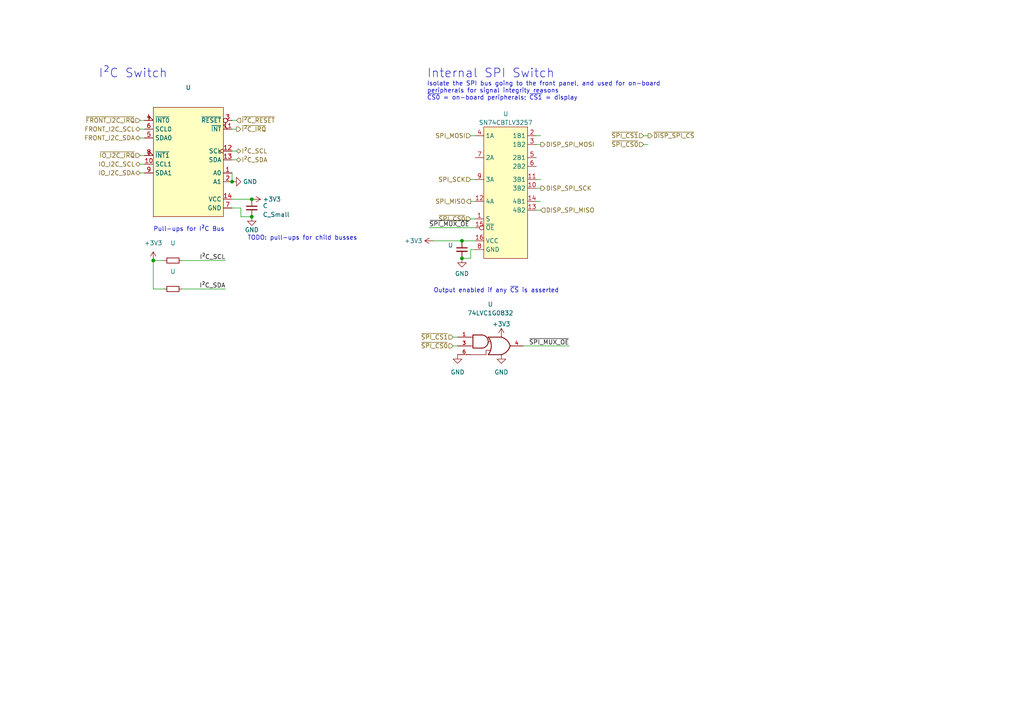
<source format=kicad_sch>
(kicad_sch (version 20220404) (generator eeschema)
  (paper "A4")
  (lib_symbols
    (symbol "74xGxx:74LVC1G0832" (pin_names (offset 1.016))
      (property "Reference" "U" (at -3.81 5.08 0))
      (property "Value" "74LVC1G0832" (at 0 -3.81 0))
      (symbol "74LVC1G0832_0_1"
        (arc (start -1.905 -0.635) (mid 0 1.27) (end -1.905 3.175) (stroke (width 0.254)))
        (arc (start 0 -2.54) (mid 0.891 0) (end 0 2.54) (stroke (width 0.254)))
        (polyline (pts (xy -5.08 0) (xy -4.445 0)))
        (polyline (pts (xy -5.08 2.54) (xy -4.445 2.54)))
        (polyline (pts (xy -4.445 3.175) (xy -1.905 3.175)) (stroke (width 0.254)))
        (polyline (pts (xy 0 -1.27) (xy 0.635 -1.27)))
        (polyline (pts (xy 0 1.27) (xy 0.635 1.27)))
        (polyline (pts (xy 3.81 -2.54) (xy 0 -2.54)) (stroke (width 0.254)) (fill (type background)))
        (polyline (pts (xy 3.81 2.54) (xy 0 2.54)) (stroke (width 0.254)) (fill (type background)))
        (polyline (pts (xy -4.445 3.175) (xy -4.445 -0.635) (xy -1.905 -0.635)) (stroke (width 0.254)))
        (polyline (pts (xy 0 -1.27) (xy -0.635 -1.27) (xy -0.635 -1.905) (xy -0.635 -2.54) (xy -5.08 -2.54)))
        (arc (start 3.81 -2.54) (mid 5.4093 -1.6027) (end 6.35 0) (stroke (width 0.254)))
        (arc (start 6.35 0) (mid 5.4219 1.6152) (end 3.81 2.54) (stroke (width 0.254)))
      )
      (symbol "74LVC1G0832_1_1"
        (pin input line (at -8.89 2.54 0) (length 3.81) (name "~") (number "1"))
        (pin power_in line (at 3.81 -2.54 270) (length 0) hide (name "GND") (number "2"))
        (pin input line (at -8.89 0 0) (length 3.81) (name "~") (number "3"))
        (pin output line (at 10.16 0 180) (length 3.81) (name "~") (number "4"))
        (pin power_in line (at 3.81 2.54 90) (length 0) hide (name "VCC") (number "5"))
        (pin input line (at -8.89 -2.54 0) (length 3.81) (name "~") (number "6"))
      )
    )
    (symbol "Device:C_Small" (pin_numbers hide) (pin_names (offset 0.254) hide)
      (property "Reference" "C" (at 0.254 1.778 0))
      (property "Value" "C_Small" (at 0.254 -2.032 0))
      (symbol "C_Small_0_1"
        (polyline (pts (xy -1.524 -0.508) (xy 1.524 -0.508)) (stroke (width 0.3302)))
        (polyline (pts (xy -1.524 0.508) (xy 1.524 0.508)) (stroke (width 0.3048)))
      )
      (symbol "C_Small_1_1"
        (pin passive line (at 0 2.54 270) (length 2.032) (name "~") (number "1"))
        (pin passive line (at 0 -2.54 90) (length 2.032) (name "~") (number "2"))
      )
    )
    (symbol "Device:R_Small" (pin_numbers hide) (pin_names (offset 0.254) hide)
      (property "Reference" "R" (at 0.762 0.508 0))
      (property "Value" "R_Small" (at 0.762 -1.016 0))
      (symbol "R_Small_0_1"
        (rectangle (start -0.762 1.778) (end 0.762 -1.778) (stroke (width 0.2032)))
      )
      (symbol "R_Small_1_1"
        (pin passive line (at 0 2.54 270) (length 0.762) (name "~") (number "1"))
        (pin passive line (at 0 -2.54 90) (length 0.762) (name "~") (number "2"))
      )
    )
    (symbol "power:+3V3" (power) (pin_names (offset 0))
      (property "Value" "+3V3" (at 0 3.556 0))
      (symbol "+3V3_0_1"
        (polyline (pts (xy -0.762 1.27) (xy 0 2.54)))
        (polyline (pts (xy 0 0) (xy 0 2.54)))
        (polyline (pts (xy 0 2.54) (xy 0.762 1.27)))
      )
      (symbol "+3V3_1_1"
        (pin power_in line (at 0 0 90) (length 0) hide (name "+3V3") (number "1"))
      )
    )
    (symbol "power:GND" (power) (pin_names (offset 0))
      (property "Value" "GND" (at 0 -3.81 0))
      (symbol "GND_0_1"
        (polyline (pts (xy 0 0) (xy 0 -1.27) (xy 1.27 -1.27) (xy 0 -2.54) (xy -1.27 -1.27) (xy 0 -1.27)))
      )
      (symbol "GND_1_1"
        (pin power_in line (at 0 0 270) (length 0) hide (name "GND") (number "1"))
      )
    )
    (symbol "programmable-load:PCA9543A"
      (property "Reference" "U" (at 0 3.81 0))
      (property "Value" "PCA9543A" (at 0 1.27 0))
      (symbol "PCA9543A_0_1"
        (rectangle (start -10.16 0) (end 10.16 -31.75) (stroke (width 0.1524)) (fill (type background)))
      )
      (symbol "PCA9543A_1_1"
        (pin input line (at -12.7 -19.05 0) (length 2.54) (name "A0") (number "1"))
        (pin bidirectional line (at 12.7 -16.51 180) (length 2.54) (name "SCL1") (number "10"))
        (pin output output_low (at -12.7 -6.35 0) (length 2.54) (name "~{INT}") (number "11"))
        (pin bidirectional clock (at -12.7 -12.7 0) (length 2.54) (name "SCL") (number "12"))
        (pin bidirectional line (at -12.7 -15.24 0) (length 2.54) (name "SDA") (number "13"))
        (pin power_in line (at -12.7 -26.67 0) (length 2.54) (name "VCC") (number "14"))
        (pin input line (at -12.7 -21.59 0) (length 2.54) (name "A1") (number "2"))
        (pin input inverted (at -12.7 -3.81 0) (length 2.54) (name "~{RESET}") (number "3"))
        (pin input input_low (at 12.7 -3.81 180) (length 2.54) (name "~{INT0}") (number "4"))
        (pin bidirectional line (at 12.7 -8.89 180) (length 2.54) (name "SDA0") (number "5"))
        (pin bidirectional line (at 12.7 -6.35 180) (length 2.54) (name "SCL0") (number "6"))
        (pin power_in line (at -12.7 -29.21 0) (length 2.54) (name "GND") (number "7"))
        (pin input input_low (at 12.7 -13.97 180) (length 2.54) (name "~{INT1}") (number "8"))
        (pin bidirectional line (at 12.7 -19.05 180) (length 2.54) (name "SDA1") (number "9"))
      )
    )
    (symbol "programmable-load:SN74CBTLV3257"
      (property "Reference" "U" (at 0 3.81 0))
      (property "Value" "SN74CBTLV3257" (at 0 1.27 0))
      (symbol "SN74CBTLV3257_0_1"
        (rectangle (start -6.35 0) (end 6.35 -38.1) (fill (type background)))
      )
      (symbol "SN74CBTLV3257_1_1"
        (pin input line (at -8.89 -26.67 0) (length 2.54) (name "S") (number "1"))
        (pin passive line (at 8.89 -17.78 180) (length 2.54) (name "3B2") (number "10"))
        (pin passive line (at 8.89 -15.24 180) (length 2.54) (name "3B1") (number "11"))
        (pin passive line (at -8.89 -21.59 0) (length 2.54) (name "4A") (number "12"))
        (pin passive line (at 8.89 -24.13 180) (length 2.54) (name "4B2") (number "13"))
        (pin passive line (at 8.89 -21.59 180) (length 2.54) (name "4B1") (number "14"))
        (pin input inverted (at -8.89 -29.21 0) (length 2.54) (name "~{OE}") (number "15"))
        (pin power_in line (at -8.89 -33.02 0) (length 2.54) (name "VCC") (number "16"))
        (pin passive line (at 8.89 -2.54 180) (length 2.54) (name "1B1") (number "2"))
        (pin passive line (at 8.89 -5.08 180) (length 2.54) (name "1B2") (number "3"))
        (pin passive line (at -8.89 -2.54 0) (length 2.54) (name "1A") (number "4"))
        (pin passive line (at 8.89 -8.89 180) (length 2.54) (name "2B1") (number "5"))
        (pin passive line (at 8.89 -11.43 180) (length 2.54) (name "2B2") (number "6"))
        (pin passive line (at -8.89 -8.89 0) (length 2.54) (name "2A") (number "7"))
        (pin power_in line (at -8.89 -35.56 0) (length 2.54) (name "GND") (number "8"))
        (pin passive line (at -8.89 -15.24 0) (length 2.54) (name "3A") (number "9"))
      )
    )
  )
  (junction (at 73.025 62.865))
  (junction (at 133.985 69.85))
  (junction (at 67.31 52.705))
  (junction (at 73.025 57.785))
  (junction (at 44.45 75.565))
  (junction (at 133.985 74.93))
  (wire (pts (xy 131.445 100.33) (xy 132.715 100.33)))
  (wire (pts (xy 40.64 50.165) (xy 41.91 50.165)))
  (wire (pts (xy 136.525 58.42) (xy 137.795 58.42)))
  (wire (pts (xy 155.575 60.96) (xy 156.845 60.96)))
  (wire (pts (xy 155.575 58.42) (xy 156.845 58.42)))
  (wire (pts (xy 40.64 34.925) (xy 41.91 34.925)))
  (wire (pts (xy 40.64 45.085) (xy 41.91 45.085)))
  (wire (pts (xy 67.31 37.465) (xy 68.58 37.465)))
  (wire (pts (xy 155.575 52.07) (xy 156.845 52.07)))
  (wire (pts (xy 131.445 97.79) (xy 132.715 97.79)))
  (wire (pts (xy 44.45 75.565) (xy 47.625 75.565)))
  (wire (pts (xy 67.31 43.815) (xy 68.58 43.815)))
  (wire (pts (xy 44.45 83.82) (xy 44.45 75.565)))
  (wire (pts (xy 133.985 69.85) (xy 137.795 69.85)))
  (wire (pts (xy 52.705 83.82) (xy 65.405 83.82)))
  (wire (pts (xy 155.575 54.61) (xy 156.845 54.61)))
  (wire (pts (xy 136.525 39.37) (xy 137.795 39.37)))
  (wire (pts (xy 67.31 60.325) (xy 69.85 60.325)))
  (wire (pts (xy 136.525 74.93) (xy 136.525 72.39)))
  (wire (pts (xy 136.525 72.39) (xy 137.795 72.39)))
  (wire (pts (xy 136.525 63.5) (xy 137.795 63.5)))
  (wire (pts (xy 69.85 60.325) (xy 69.85 62.865)))
  (wire (pts (xy 67.31 57.785) (xy 73.025 57.785)))
  (wire (pts (xy 40.64 40.005) (xy 41.91 40.005)))
  (wire (pts (xy 155.575 39.37) (xy 156.845 39.37)))
  (wire (pts (xy 151.765 100.33) (xy 165.1 100.33)))
  (wire (pts (xy 44.45 83.82) (xy 47.625 83.82)))
  (wire (pts (xy 133.985 74.93) (xy 136.525 74.93)))
  (wire (pts (xy 67.31 50.165) (xy 67.31 52.705)))
  (wire (pts (xy 155.575 41.91) (xy 156.845 41.91)))
  (wire (pts (xy 186.69 39.37) (xy 187.96 39.37)))
  (wire (pts (xy 40.64 37.465) (xy 41.91 37.465)))
  (wire (pts (xy 67.31 34.925) (xy 68.58 34.925)))
  (wire (pts (xy 40.64 47.625) (xy 41.91 47.625)))
  (wire (pts (xy 67.31 46.355) (xy 68.58 46.355)))
  (wire (pts (xy 137.795 66.04) (xy 124.46 66.04)))
  (wire (pts (xy 136.525 52.07) (xy 137.795 52.07)))
  (wire (pts (xy 186.69 41.91) (xy 187.96 41.91)))
  (wire (pts (xy 52.705 75.565) (xy 65.405 75.565)))
  (wire (pts (xy 69.85 62.865) (xy 73.025 62.865)))
  (wire (pts (xy 125.73 69.85) (xy 133.985 69.85)))
  (text "TODO: pull-ups for child busses" (at 71.755 69.85 0) (effects (font (size 1.27 1.27)) (justify left bottom)))
  (text "Isolate the SPI bus going to the front panel, and used for on-board\nperipherals for signal integrity reasons\n~{CS0} = on-board peripherals; ~{CS1} = display" (at 123.825 29.21 0) (effects (font (size 1.27 1.27)) (justify left bottom)))
  (text "Pull-ups for I²C Bus\n" (at 44.45 67.31 0) (effects (font (size 1.27 1.27)) (justify left bottom)))
  (text "Internal SPI Switch" (at 123.825 22.86 0) (effects (font (size 2.54 2.54)) (justify left bottom)))
  (text "Output enabled if any ~{CS} is asserted" (at 125.73 85.09 0) (effects (font (size 1.27 1.27)) (justify left bottom)))
  (text "I²C Switch" (at 28.575 22.86 0) (effects (font (size 2.54 2.54)) (justify left bottom)))
  (label "~{SPI_MUX_OE}" (at 124.46 66.04 0))
  (label "I²C_SDA" (at 65.405 83.82 0))
  (label "~{SPI_MUX_OE}" (at 165.1 100.33 0))
  (label "I²C_SCL" (at 65.405 75.565 0))
  (hierarchical_label "~{DISP_SPI_CS}" (shape output) (at 187.96 39.37 0))
  (hierarchical_label "DISP_SPI_SCK" (shape output) (at 156.845 54.61 0))
  (hierarchical_label "DISP_SPI_MISO" (shape input) (at 156.845 60.96 0))
  (hierarchical_label "~{SPI_CS0}" (shape input) (at 136.525 63.5 180))
  (hierarchical_label "FRONT_I2C_SCL" (shape bidirectional) (at 40.64 37.465 180))
  (hierarchical_label "~{I²C_RESET}" (shape input) (at 68.58 34.925 0))
  (hierarchical_label "I²C_SCL" (shape bidirectional) (at 68.58 43.815 0))
  (hierarchical_label "IO_I2C_SDA" (shape bidirectional) (at 40.64 50.165 180))
  (hierarchical_label "FRONT_I2C_SDA" (shape bidirectional) (at 40.64 40.005 180))
  (hierarchical_label "SPI_SCK" (shape input) (at 136.525 52.07 180))
  (hierarchical_label "~{IO_I2C_IRQ}" (shape input) (at 40.64 45.085 180))
  (hierarchical_label "DISP_SPI_MOSI" (shape output) (at 156.845 41.91 0))
  (hierarchical_label "~{SPI_CS1}" (shape input) (at 131.445 97.79 180))
  (hierarchical_label "SPI_MOSI" (shape input) (at 136.525 39.37 180))
  (hierarchical_label "I²C_SDA" (shape bidirectional) (at 68.58 46.355 0))
  (hierarchical_label "~{SPI_CS0}" (shape input) (at 131.445 100.33 180))
  (hierarchical_label "~{I²C_IRQ}" (shape output) (at 68.58 37.465 0))
  (hierarchical_label "~{FRONT_I2C_IRQ}" (shape input) (at 40.64 34.925 180))
  (hierarchical_label "SPI_MISO" (shape output) (at 136.525 58.42 180))
  (hierarchical_label "~{SPI_CS0}" (shape input) (at 186.69 41.91 180))
  (hierarchical_label "~{SPI_CS1}" (shape input) (at 186.69 39.37 180))
  (hierarchical_label "IO_I2C_SCL" (shape bidirectional) (at 40.64 47.625 180))
  (symbol (lib_id "Device:C_Small") (at 133.985 72.39 0) (mirror y) (unit 1)
    (default_instance (reference "U") (unit 1) (value "") (footprint ""))
    (property "Reference" "U" (at 131.445 71.1262 0) (effects (justify left)))
    (property "MPN" "CL21B104KACNFNC" (effects hide))
  )
  (symbol (lib_id "power:GND") (at 132.715 102.87 0) (unit 1)
    (default_instance (reference "#PWR") (unit 1) (value "GND") (footprint ""))
    (property "Reference" "#PWR" (effects hide))
    (property "Value" "GND" (at 132.715 107.95 0))
  )
  (symbol (lib_id "power:+3V3") (at 145.415 97.79 0) (unit 1)
    (default_instance (reference "#PWR") (unit 1) (value "+3V3") (footprint ""))
    (property "Reference" "#PWR" (effects hide))
    (property "Value" "+3V3" (at 145.415 93.98 0))
  )
  (symbol (lib_id "power:+3V3") (at 44.45 75.565 0) (unit 1)
    (default_instance (reference "U") (unit 1) (value "") (footprint ""))
    (property "Reference" "U" (effects hide))
  )
  (symbol (lib_id "Device:R_Small") (at 50.165 83.82 270) (mirror x) (unit 1)
    (default_instance (reference "U") (unit 1) (value "") (footprint ""))
    (property "Reference" "U" (at 50.165 78.74 90))
    (property "MPN" "RMC1/10-222JTP" (effects hide))
  )
  (symbol (lib_id "power:GND") (at 133.985 74.93 0) (unit 1)
    (default_instance (reference "#PWR") (unit 1) (value "GND") (footprint ""))
    (property "Reference" "#PWR" (effects hide))
    (property "Value" "GND" (at 133.985 79.375 0))
  )
  (symbol (lib_id "power:GND") (at 67.31 52.705 90) (unit 1)
    (default_instance (reference "U") (unit 1) (value "") (footprint ""))
    (property "Reference" "U" (effects hide))
  )
  (symbol (lib_id "74xGxx:74LVC1G0832") (at 141.605 100.33 0) (unit 1)
    (default_instance (reference "U") (unit 1) (value "74LVC1G0832") (footprint ""))
    (property "Reference" "U" (at 142.24 88.265 0))
    (property "Value" "74LVC1G0832" (at 142.24 90.805 0))
    (property "Datasheet" "http://www.ti.com/lit/sg/scyt129e/scyt129e.pdf" (effects hide))
    (property "MPN" "SN74LVC1G0832DBVR" (effects hide))
  )
  (symbol (lib_id "power:GND") (at 145.415 102.87 0) (unit 1)
    (default_instance (reference "#PWR") (unit 1) (value "GND") (footprint ""))
    (property "Reference" "#PWR" (effects hide))
    (property "Value" "GND" (at 145.415 107.95 0))
  )
  (symbol (lib_id "power:GND") (at 73.025 62.865 0) (unit 1)
    (default_instance (reference "U") (unit 1) (value "") (footprint ""))
    (property "Reference" "U" (effects hide))
  )
  (symbol (lib_id "programmable-load:PCA9543A") (at 54.61 31.115 0) (mirror y) (unit 1)
    (default_instance (reference "U") (unit 1) (value "") (footprint ""))
    (property "Reference" "U" (at 54.61 25.4 0))
    (property "Datasheet" "https://www.ti.com/lit/ds/symlink/pca9543a.pdf?ts=1637149992355" (effects hide))
    (property "MPN" "PCA9543APW,118" (effects hide))
  )
  (symbol (lib_id "Device:C_Small") (at 73.025 60.325 0) (unit 1)
    (default_instance (reference "C") (unit 1) (value "C_Small") (footprint ""))
    (property "Reference" "C" (at 76.2 59.6963 0) (effects (justify left)))
    (property "Value" "C_Small" (at 76.2 62.2363 0) (effects (justify left)))
    (property "MPN" "CL21B104KACNFNC" (effects hide))
  )
  (symbol (lib_id "power:+3V3") (at 125.73 69.85 90) (unit 1)
    (default_instance (reference "#PWR") (unit 1) (value "+3V3") (footprint ""))
    (property "Reference" "#PWR" (effects hide))
    (property "Value" "+3V3" (at 122.555 69.85 90) (effects (justify left)))
  )
  (symbol (lib_id "power:+3V3") (at 73.025 57.785 270) (unit 1)
    (default_instance (reference "U") (unit 1) (value "") (footprint ""))
    (property "Reference" "U" (effects hide))
  )
  (symbol (lib_id "Device:R_Small") (at 50.165 75.565 270) (mirror x) (unit 1)
    (default_instance (reference "U") (unit 1) (value "") (footprint ""))
    (property "Reference" "U" (at 50.165 70.485 90))
    (property "MPN" "RMC1/10-222JTP" (effects hide))
  )
  (symbol (lib_id "programmable-load:SN74CBTLV3257") (at 146.685 36.83 0) (unit 1)
    (default_instance (reference "U") (unit 1) (value "SN74CBTLV3257") (footprint ""))
    (property "Reference" "U" (at 146.685 33.02 0))
    (property "Value" "SN74CBTLV3257" (at 146.685 35.56 0))
    (property "Datasheet" "https://www.ti.com/lit/ds/symlink/sn74cbtlv3257.pdf" (effects hide))
  )
)
</source>
